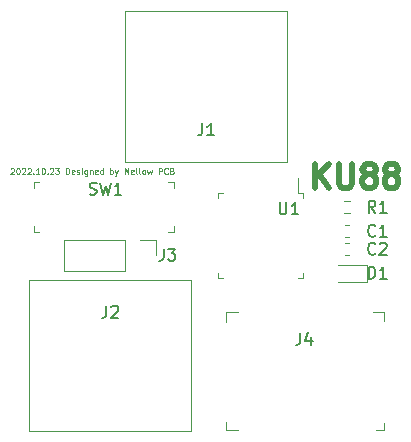
<source format=gbr>
%TF.GenerationSoftware,KiCad,Pcbnew,(6.0.6-0)*%
%TF.CreationDate,2022-10-23T05:24:33+09:00*%
%TF.ProjectId,KU88,4b553838-2e6b-4696-9361-645f70636258,rev?*%
%TF.SameCoordinates,Original*%
%TF.FileFunction,Legend,Top*%
%TF.FilePolarity,Positive*%
%FSLAX46Y46*%
G04 Gerber Fmt 4.6, Leading zero omitted, Abs format (unit mm)*
G04 Created by KiCad (PCBNEW (6.0.6-0)) date 2022-10-23 05:24:33*
%MOMM*%
%LPD*%
G01*
G04 APERTURE LIST*
%ADD10C,0.100000*%
%ADD11C,0.500000*%
%ADD12C,0.150000*%
%ADD13C,0.120000*%
G04 APERTURE END LIST*
D10*
X98251238Y-128297809D02*
X98275047Y-128274000D01*
X98322666Y-128250190D01*
X98441714Y-128250190D01*
X98489333Y-128274000D01*
X98513142Y-128297809D01*
X98536952Y-128345428D01*
X98536952Y-128393047D01*
X98513142Y-128464476D01*
X98227428Y-128750190D01*
X98536952Y-128750190D01*
X98846476Y-128250190D02*
X98894095Y-128250190D01*
X98941714Y-128274000D01*
X98965523Y-128297809D01*
X98989333Y-128345428D01*
X99013142Y-128440666D01*
X99013142Y-128559714D01*
X98989333Y-128654952D01*
X98965523Y-128702571D01*
X98941714Y-128726380D01*
X98894095Y-128750190D01*
X98846476Y-128750190D01*
X98798857Y-128726380D01*
X98775047Y-128702571D01*
X98751238Y-128654952D01*
X98727428Y-128559714D01*
X98727428Y-128440666D01*
X98751238Y-128345428D01*
X98775047Y-128297809D01*
X98798857Y-128274000D01*
X98846476Y-128250190D01*
X99203619Y-128297809D02*
X99227428Y-128274000D01*
X99275047Y-128250190D01*
X99394095Y-128250190D01*
X99441714Y-128274000D01*
X99465523Y-128297809D01*
X99489333Y-128345428D01*
X99489333Y-128393047D01*
X99465523Y-128464476D01*
X99179809Y-128750190D01*
X99489333Y-128750190D01*
X99679809Y-128297809D02*
X99703619Y-128274000D01*
X99751238Y-128250190D01*
X99870285Y-128250190D01*
X99917904Y-128274000D01*
X99941714Y-128297809D01*
X99965523Y-128345428D01*
X99965523Y-128393047D01*
X99941714Y-128464476D01*
X99656000Y-128750190D01*
X99965523Y-128750190D01*
X100179809Y-128702571D02*
X100203619Y-128726380D01*
X100179809Y-128750190D01*
X100156000Y-128726380D01*
X100179809Y-128702571D01*
X100179809Y-128750190D01*
X100679809Y-128750190D02*
X100394095Y-128750190D01*
X100536952Y-128750190D02*
X100536952Y-128250190D01*
X100489333Y-128321619D01*
X100441714Y-128369238D01*
X100394095Y-128393047D01*
X100989333Y-128250190D02*
X101036952Y-128250190D01*
X101084571Y-128274000D01*
X101108380Y-128297809D01*
X101132190Y-128345428D01*
X101156000Y-128440666D01*
X101156000Y-128559714D01*
X101132190Y-128654952D01*
X101108380Y-128702571D01*
X101084571Y-128726380D01*
X101036952Y-128750190D01*
X100989333Y-128750190D01*
X100941714Y-128726380D01*
X100917904Y-128702571D01*
X100894095Y-128654952D01*
X100870285Y-128559714D01*
X100870285Y-128440666D01*
X100894095Y-128345428D01*
X100917904Y-128297809D01*
X100941714Y-128274000D01*
X100989333Y-128250190D01*
X101370285Y-128702571D02*
X101394095Y-128726380D01*
X101370285Y-128750190D01*
X101346476Y-128726380D01*
X101370285Y-128702571D01*
X101370285Y-128750190D01*
X101584571Y-128297809D02*
X101608380Y-128274000D01*
X101656000Y-128250190D01*
X101775047Y-128250190D01*
X101822666Y-128274000D01*
X101846476Y-128297809D01*
X101870285Y-128345428D01*
X101870285Y-128393047D01*
X101846476Y-128464476D01*
X101560761Y-128750190D01*
X101870285Y-128750190D01*
X102036952Y-128250190D02*
X102346476Y-128250190D01*
X102179809Y-128440666D01*
X102251238Y-128440666D01*
X102298857Y-128464476D01*
X102322666Y-128488285D01*
X102346476Y-128535904D01*
X102346476Y-128654952D01*
X102322666Y-128702571D01*
X102298857Y-128726380D01*
X102251238Y-128750190D01*
X102108380Y-128750190D01*
X102060761Y-128726380D01*
X102036952Y-128702571D01*
X102941714Y-128750190D02*
X102941714Y-128250190D01*
X103060761Y-128250190D01*
X103132190Y-128274000D01*
X103179809Y-128321619D01*
X103203619Y-128369238D01*
X103227428Y-128464476D01*
X103227428Y-128535904D01*
X103203619Y-128631142D01*
X103179809Y-128678761D01*
X103132190Y-128726380D01*
X103060761Y-128750190D01*
X102941714Y-128750190D01*
X103632190Y-128726380D02*
X103584571Y-128750190D01*
X103489333Y-128750190D01*
X103441714Y-128726380D01*
X103417904Y-128678761D01*
X103417904Y-128488285D01*
X103441714Y-128440666D01*
X103489333Y-128416857D01*
X103584571Y-128416857D01*
X103632190Y-128440666D01*
X103656000Y-128488285D01*
X103656000Y-128535904D01*
X103417904Y-128583523D01*
X103846476Y-128726380D02*
X103894095Y-128750190D01*
X103989333Y-128750190D01*
X104036952Y-128726380D01*
X104060761Y-128678761D01*
X104060761Y-128654952D01*
X104036952Y-128607333D01*
X103989333Y-128583523D01*
X103917904Y-128583523D01*
X103870285Y-128559714D01*
X103846476Y-128512095D01*
X103846476Y-128488285D01*
X103870285Y-128440666D01*
X103917904Y-128416857D01*
X103989333Y-128416857D01*
X104036952Y-128440666D01*
X104275047Y-128750190D02*
X104275047Y-128416857D01*
X104275047Y-128250190D02*
X104251238Y-128274000D01*
X104275047Y-128297809D01*
X104298857Y-128274000D01*
X104275047Y-128250190D01*
X104275047Y-128297809D01*
X104727428Y-128416857D02*
X104727428Y-128821619D01*
X104703619Y-128869238D01*
X104679809Y-128893047D01*
X104632190Y-128916857D01*
X104560761Y-128916857D01*
X104513142Y-128893047D01*
X104727428Y-128726380D02*
X104679809Y-128750190D01*
X104584571Y-128750190D01*
X104536952Y-128726380D01*
X104513142Y-128702571D01*
X104489333Y-128654952D01*
X104489333Y-128512095D01*
X104513142Y-128464476D01*
X104536952Y-128440666D01*
X104584571Y-128416857D01*
X104679809Y-128416857D01*
X104727428Y-128440666D01*
X104965523Y-128416857D02*
X104965523Y-128750190D01*
X104965523Y-128464476D02*
X104989333Y-128440666D01*
X105036952Y-128416857D01*
X105108380Y-128416857D01*
X105156000Y-128440666D01*
X105179809Y-128488285D01*
X105179809Y-128750190D01*
X105608380Y-128726380D02*
X105560761Y-128750190D01*
X105465523Y-128750190D01*
X105417904Y-128726380D01*
X105394095Y-128678761D01*
X105394095Y-128488285D01*
X105417904Y-128440666D01*
X105465523Y-128416857D01*
X105560761Y-128416857D01*
X105608380Y-128440666D01*
X105632190Y-128488285D01*
X105632190Y-128535904D01*
X105394095Y-128583523D01*
X106060761Y-128750190D02*
X106060761Y-128250190D01*
X106060761Y-128726380D02*
X106013142Y-128750190D01*
X105917904Y-128750190D01*
X105870285Y-128726380D01*
X105846476Y-128702571D01*
X105822666Y-128654952D01*
X105822666Y-128512095D01*
X105846476Y-128464476D01*
X105870285Y-128440666D01*
X105917904Y-128416857D01*
X106013142Y-128416857D01*
X106060761Y-128440666D01*
X106679809Y-128750190D02*
X106679809Y-128250190D01*
X106679809Y-128440666D02*
X106727428Y-128416857D01*
X106822666Y-128416857D01*
X106870285Y-128440666D01*
X106894095Y-128464476D01*
X106917904Y-128512095D01*
X106917904Y-128654952D01*
X106894095Y-128702571D01*
X106870285Y-128726380D01*
X106822666Y-128750190D01*
X106727428Y-128750190D01*
X106679809Y-128726380D01*
X107084571Y-128416857D02*
X107203619Y-128750190D01*
X107322666Y-128416857D02*
X107203619Y-128750190D01*
X107156000Y-128869238D01*
X107132190Y-128893047D01*
X107084571Y-128916857D01*
X107894095Y-128750190D02*
X107894095Y-128250190D01*
X108060761Y-128607333D01*
X108227428Y-128250190D01*
X108227428Y-128750190D01*
X108656000Y-128726380D02*
X108608380Y-128750190D01*
X108513142Y-128750190D01*
X108465523Y-128726380D01*
X108441714Y-128678761D01*
X108441714Y-128488285D01*
X108465523Y-128440666D01*
X108513142Y-128416857D01*
X108608380Y-128416857D01*
X108656000Y-128440666D01*
X108679809Y-128488285D01*
X108679809Y-128535904D01*
X108441714Y-128583523D01*
X108965523Y-128750190D02*
X108917904Y-128726380D01*
X108894095Y-128678761D01*
X108894095Y-128250190D01*
X109227428Y-128750190D02*
X109179809Y-128726380D01*
X109156000Y-128678761D01*
X109156000Y-128250190D01*
X109489333Y-128750190D02*
X109441714Y-128726380D01*
X109417904Y-128702571D01*
X109394095Y-128654952D01*
X109394095Y-128512095D01*
X109417904Y-128464476D01*
X109441714Y-128440666D01*
X109489333Y-128416857D01*
X109560761Y-128416857D01*
X109608380Y-128440666D01*
X109632190Y-128464476D01*
X109656000Y-128512095D01*
X109656000Y-128654952D01*
X109632190Y-128702571D01*
X109608380Y-128726380D01*
X109560761Y-128750190D01*
X109489333Y-128750190D01*
X109822666Y-128416857D02*
X109917904Y-128750190D01*
X110013142Y-128512095D01*
X110108380Y-128750190D01*
X110203619Y-128416857D01*
X110775047Y-128750190D02*
X110775047Y-128250190D01*
X110965523Y-128250190D01*
X111013142Y-128274000D01*
X111036952Y-128297809D01*
X111060761Y-128345428D01*
X111060761Y-128416857D01*
X111036952Y-128464476D01*
X111013142Y-128488285D01*
X110965523Y-128512095D01*
X110775047Y-128512095D01*
X111560761Y-128702571D02*
X111536952Y-128726380D01*
X111465523Y-128750190D01*
X111417904Y-128750190D01*
X111346476Y-128726380D01*
X111298857Y-128678761D01*
X111275047Y-128631142D01*
X111251238Y-128535904D01*
X111251238Y-128464476D01*
X111275047Y-128369238D01*
X111298857Y-128321619D01*
X111346476Y-128274000D01*
X111417904Y-128250190D01*
X111465523Y-128250190D01*
X111536952Y-128274000D01*
X111560761Y-128297809D01*
X111941714Y-128488285D02*
X112013142Y-128512095D01*
X112036952Y-128535904D01*
X112060761Y-128583523D01*
X112060761Y-128654952D01*
X112036952Y-128702571D01*
X112013142Y-128726380D01*
X111965523Y-128750190D01*
X111775047Y-128750190D01*
X111775047Y-128250190D01*
X111941714Y-128250190D01*
X111989333Y-128274000D01*
X112013142Y-128297809D01*
X112036952Y-128345428D01*
X112036952Y-128393047D01*
X112013142Y-128440666D01*
X111989333Y-128464476D01*
X111941714Y-128488285D01*
X111775047Y-128488285D01*
D11*
X124031809Y-129936761D02*
X124031809Y-127936761D01*
X125174666Y-129936761D02*
X124317523Y-128793904D01*
X125174666Y-127936761D02*
X124031809Y-129079619D01*
X126031809Y-127936761D02*
X126031809Y-129555809D01*
X126127047Y-129746285D01*
X126222285Y-129841523D01*
X126412761Y-129936761D01*
X126793714Y-129936761D01*
X126984190Y-129841523D01*
X127079428Y-129746285D01*
X127174666Y-129555809D01*
X127174666Y-127936761D01*
X128412761Y-128793904D02*
X128222285Y-128698666D01*
X128127047Y-128603428D01*
X128031809Y-128412952D01*
X128031809Y-128317714D01*
X128127047Y-128127238D01*
X128222285Y-128032000D01*
X128412761Y-127936761D01*
X128793714Y-127936761D01*
X128984190Y-128032000D01*
X129079428Y-128127238D01*
X129174666Y-128317714D01*
X129174666Y-128412952D01*
X129079428Y-128603428D01*
X128984190Y-128698666D01*
X128793714Y-128793904D01*
X128412761Y-128793904D01*
X128222285Y-128889142D01*
X128127047Y-128984380D01*
X128031809Y-129174857D01*
X128031809Y-129555809D01*
X128127047Y-129746285D01*
X128222285Y-129841523D01*
X128412761Y-129936761D01*
X128793714Y-129936761D01*
X128984190Y-129841523D01*
X129079428Y-129746285D01*
X129174666Y-129555809D01*
X129174666Y-129174857D01*
X129079428Y-128984380D01*
X128984190Y-128889142D01*
X128793714Y-128793904D01*
X130317523Y-128793904D02*
X130127047Y-128698666D01*
X130031809Y-128603428D01*
X129936571Y-128412952D01*
X129936571Y-128317714D01*
X130031809Y-128127238D01*
X130127047Y-128032000D01*
X130317523Y-127936761D01*
X130698476Y-127936761D01*
X130888952Y-128032000D01*
X130984190Y-128127238D01*
X131079428Y-128317714D01*
X131079428Y-128412952D01*
X130984190Y-128603428D01*
X130888952Y-128698666D01*
X130698476Y-128793904D01*
X130317523Y-128793904D01*
X130127047Y-128889142D01*
X130031809Y-128984380D01*
X129936571Y-129174857D01*
X129936571Y-129555809D01*
X130031809Y-129746285D01*
X130127047Y-129841523D01*
X130317523Y-129936761D01*
X130698476Y-129936761D01*
X130888952Y-129841523D01*
X130984190Y-129746285D01*
X131079428Y-129555809D01*
X131079428Y-129174857D01*
X130984190Y-128984380D01*
X130888952Y-128889142D01*
X130698476Y-128793904D01*
D12*
%TO.C,U1*%
X121031095Y-131151380D02*
X121031095Y-131960904D01*
X121078714Y-132056142D01*
X121126333Y-132103761D01*
X121221571Y-132151380D01*
X121412047Y-132151380D01*
X121507285Y-132103761D01*
X121554904Y-132056142D01*
X121602523Y-131960904D01*
X121602523Y-131151380D01*
X122602523Y-132151380D02*
X122031095Y-132151380D01*
X122316809Y-132151380D02*
X122316809Y-131151380D01*
X122221571Y-131294238D01*
X122126333Y-131389476D01*
X122031095Y-131437095D01*
%TO.C,SW1*%
X104948666Y-130452761D02*
X105091523Y-130500380D01*
X105329619Y-130500380D01*
X105424857Y-130452761D01*
X105472476Y-130405142D01*
X105520095Y-130309904D01*
X105520095Y-130214666D01*
X105472476Y-130119428D01*
X105424857Y-130071809D01*
X105329619Y-130024190D01*
X105139142Y-129976571D01*
X105043904Y-129928952D01*
X104996285Y-129881333D01*
X104948666Y-129786095D01*
X104948666Y-129690857D01*
X104996285Y-129595619D01*
X105043904Y-129548000D01*
X105139142Y-129500380D01*
X105377238Y-129500380D01*
X105520095Y-129548000D01*
X105853428Y-129500380D02*
X106091523Y-130500380D01*
X106282000Y-129786095D01*
X106472476Y-130500380D01*
X106710571Y-129500380D01*
X107615333Y-130500380D02*
X107043904Y-130500380D01*
X107329619Y-130500380D02*
X107329619Y-129500380D01*
X107234380Y-129643238D01*
X107139142Y-129738476D01*
X107043904Y-129786095D01*
%TO.C,R1*%
X129119333Y-132024380D02*
X128786000Y-131548190D01*
X128547904Y-132024380D02*
X128547904Y-131024380D01*
X128928857Y-131024380D01*
X129024095Y-131072000D01*
X129071714Y-131119619D01*
X129119333Y-131214857D01*
X129119333Y-131357714D01*
X129071714Y-131452952D01*
X129024095Y-131500571D01*
X128928857Y-131548190D01*
X128547904Y-131548190D01*
X130071714Y-132024380D02*
X129500285Y-132024380D01*
X129786000Y-132024380D02*
X129786000Y-131024380D01*
X129690761Y-131167238D01*
X129595523Y-131262476D01*
X129500285Y-131310095D01*
%TO.C,J4*%
X122781666Y-142200380D02*
X122781666Y-142914666D01*
X122734047Y-143057523D01*
X122638809Y-143152761D01*
X122495952Y-143200380D01*
X122400714Y-143200380D01*
X123686428Y-142533714D02*
X123686428Y-143200380D01*
X123448333Y-142152761D02*
X123210238Y-142867047D01*
X123829285Y-142867047D01*
%TO.C,J3*%
X111201666Y-135088380D02*
X111201666Y-135802666D01*
X111154047Y-135945523D01*
X111058809Y-136040761D01*
X110915952Y-136088380D01*
X110820714Y-136088380D01*
X111582619Y-135088380D02*
X112201666Y-135088380D01*
X111868333Y-135469333D01*
X112011190Y-135469333D01*
X112106428Y-135516952D01*
X112154047Y-135564571D01*
X112201666Y-135659809D01*
X112201666Y-135897904D01*
X112154047Y-135993142D01*
X112106428Y-136040761D01*
X112011190Y-136088380D01*
X111725476Y-136088380D01*
X111630238Y-136040761D01*
X111582619Y-135993142D01*
%TO.C,J2*%
X106346666Y-139914380D02*
X106346666Y-140628666D01*
X106299047Y-140771523D01*
X106203809Y-140866761D01*
X106060952Y-140914380D01*
X105965714Y-140914380D01*
X106775238Y-140009619D02*
X106822857Y-139962000D01*
X106918095Y-139914380D01*
X107156190Y-139914380D01*
X107251428Y-139962000D01*
X107299047Y-140009619D01*
X107346666Y-140104857D01*
X107346666Y-140200095D01*
X107299047Y-140342952D01*
X106727619Y-140914380D01*
X107346666Y-140914380D01*
%TO.C,J1*%
X114474666Y-124465380D02*
X114474666Y-125179666D01*
X114427047Y-125322523D01*
X114331809Y-125417761D01*
X114188952Y-125465380D01*
X114093714Y-125465380D01*
X115474666Y-125465380D02*
X114903238Y-125465380D01*
X115188952Y-125465380D02*
X115188952Y-124465380D01*
X115093714Y-124608238D01*
X114998476Y-124703476D01*
X114903238Y-124751095D01*
%TO.C,D1*%
X128547904Y-137612380D02*
X128547904Y-136612380D01*
X128786000Y-136612380D01*
X128928857Y-136660000D01*
X129024095Y-136755238D01*
X129071714Y-136850476D01*
X129119333Y-137040952D01*
X129119333Y-137183809D01*
X129071714Y-137374285D01*
X129024095Y-137469523D01*
X128928857Y-137564761D01*
X128786000Y-137612380D01*
X128547904Y-137612380D01*
X130071714Y-137612380D02*
X129500285Y-137612380D01*
X129786000Y-137612380D02*
X129786000Y-136612380D01*
X129690761Y-136755238D01*
X129595523Y-136850476D01*
X129500285Y-136898095D01*
%TO.C,C2*%
X129119333Y-135485142D02*
X129071714Y-135532761D01*
X128928857Y-135580380D01*
X128833619Y-135580380D01*
X128690761Y-135532761D01*
X128595523Y-135437523D01*
X128547904Y-135342285D01*
X128500285Y-135151809D01*
X128500285Y-135008952D01*
X128547904Y-134818476D01*
X128595523Y-134723238D01*
X128690761Y-134628000D01*
X128833619Y-134580380D01*
X128928857Y-134580380D01*
X129071714Y-134628000D01*
X129119333Y-134675619D01*
X129500285Y-134675619D02*
X129547904Y-134628000D01*
X129643142Y-134580380D01*
X129881238Y-134580380D01*
X129976476Y-134628000D01*
X130024095Y-134675619D01*
X130071714Y-134770857D01*
X130071714Y-134866095D01*
X130024095Y-135008952D01*
X129452666Y-135580380D01*
X130071714Y-135580380D01*
%TO.C,C1*%
X129119333Y-133961142D02*
X129071714Y-134008761D01*
X128928857Y-134056380D01*
X128833619Y-134056380D01*
X128690761Y-134008761D01*
X128595523Y-133913523D01*
X128547904Y-133818285D01*
X128500285Y-133627809D01*
X128500285Y-133484952D01*
X128547904Y-133294476D01*
X128595523Y-133199238D01*
X128690761Y-133104000D01*
X128833619Y-133056380D01*
X128928857Y-133056380D01*
X129071714Y-133104000D01*
X129119333Y-133151619D01*
X130071714Y-134056380D02*
X129500285Y-134056380D01*
X129786000Y-134056380D02*
X129786000Y-133056380D01*
X129690761Y-133199238D01*
X129595523Y-133294476D01*
X129500285Y-133342095D01*
D13*
%TO.C,U1*%
X122990000Y-137145000D02*
X122990000Y-137595000D01*
X115770000Y-130375000D02*
X116220000Y-130375000D01*
X122990000Y-130375000D02*
X122540000Y-130375000D01*
X115770000Y-137145000D02*
X115770000Y-137595000D01*
X115770000Y-137595000D02*
X116220000Y-137595000D01*
X122990000Y-130825000D02*
X122990000Y-130375000D01*
X115770000Y-130825000D02*
X115770000Y-130375000D01*
X122540000Y-130375000D02*
X122540000Y-129085000D01*
X122990000Y-137595000D02*
X122540000Y-137595000D01*
D10*
%TO.C,SW1*%
X112092000Y-133672000D02*
X111592000Y-133672000D01*
X112092000Y-133672000D02*
X112092000Y-133172000D01*
X100192000Y-133672000D02*
X100692000Y-133672000D01*
X100192000Y-133672000D02*
X100192000Y-133172000D01*
X100192000Y-129472000D02*
X100692000Y-129472000D01*
X100192000Y-129472000D02*
X100192000Y-129972000D01*
X112092000Y-129472000D02*
X112092000Y-129972000D01*
X112092000Y-129472000D02*
X111592000Y-129472000D01*
D13*
%TO.C,R1*%
X126491276Y-131049500D02*
X127000724Y-131049500D01*
X126491276Y-132094500D02*
X127000724Y-132094500D01*
D10*
%TO.C,J4*%
X129865000Y-140450000D02*
X129865000Y-141175000D01*
X128915000Y-140450000D02*
X129865000Y-140450000D01*
X117490000Y-150460000D02*
X116515000Y-150460000D01*
X116515000Y-140450000D02*
X116515000Y-141250000D01*
X129865000Y-150460000D02*
X129165000Y-150460000D01*
X129865000Y-149810000D02*
X129865000Y-150460000D01*
X117540000Y-140450000D02*
X116515000Y-140450000D01*
X116515000Y-150460000D02*
X116515000Y-149785000D01*
D13*
%TO.C,J3*%
X107935000Y-134306000D02*
X107935000Y-136966000D01*
X110535000Y-134306000D02*
X110535000Y-135636000D01*
X107935000Y-136966000D02*
X102795000Y-136966000D01*
X109205000Y-134306000D02*
X110535000Y-134306000D01*
X107935000Y-134306000D02*
X102795000Y-134306000D01*
X102795000Y-134306000D02*
X102795000Y-136966000D01*
%TO.C,J2*%
X113530000Y-150495000D02*
X113530000Y-137695000D01*
X99830000Y-137695000D02*
X113530000Y-137695000D01*
X99830000Y-150495000D02*
X99830000Y-137695000D01*
X99830000Y-150495000D02*
X113530000Y-150495000D01*
%TO.C,J1*%
X107958000Y-114980000D02*
X107958000Y-127780000D01*
X121658000Y-127780000D02*
X107958000Y-127780000D01*
X121658000Y-114980000D02*
X121658000Y-127780000D01*
X121658000Y-114980000D02*
X107958000Y-114980000D01*
%TO.C,D1*%
X128406000Y-136425000D02*
X125946000Y-136425000D01*
X128406000Y-137895000D02*
X128406000Y-136425000D01*
X125946000Y-137895000D02*
X128406000Y-137895000D01*
%TO.C,C2*%
X126599733Y-134618000D02*
X126892267Y-134618000D01*
X126599733Y-135638000D02*
X126892267Y-135638000D01*
%TO.C,C1*%
X126599733Y-134114000D02*
X126892267Y-134114000D01*
X126599733Y-133094000D02*
X126892267Y-133094000D01*
%TD*%
M02*

</source>
